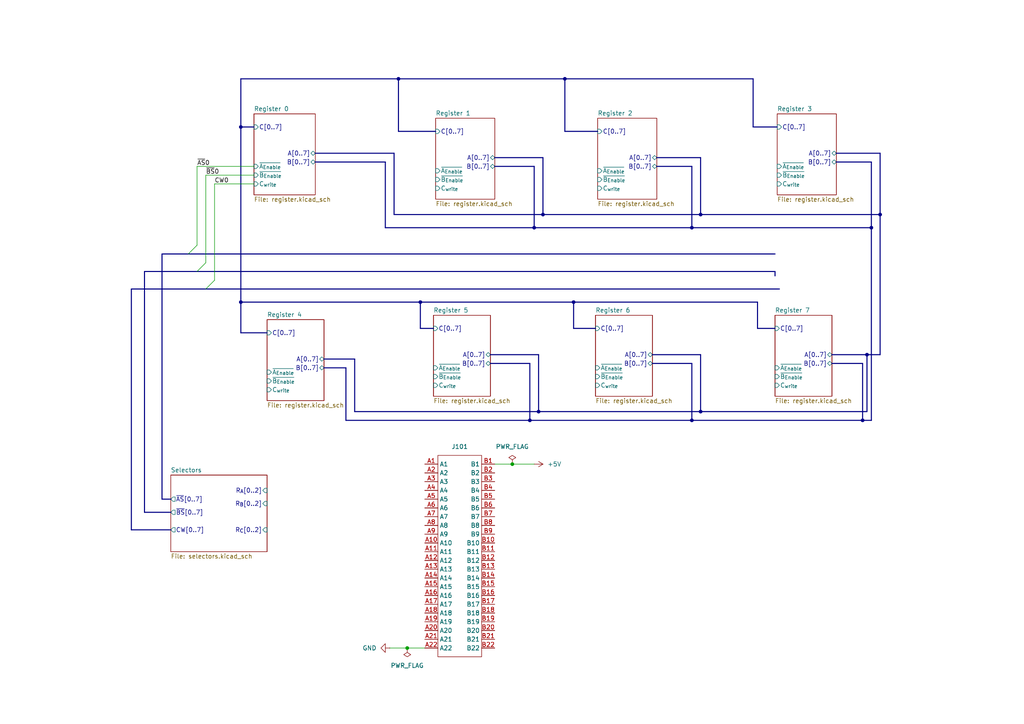
<source format=kicad_sch>
(kicad_sch (version 20231120) (generator "eeschema") (generator_version "8.0")
  (paper "A4")
  (lib_symbols
    (symbol "BoardEdgeConnectors:TE-5530843-4"
      (property "Reference" "J" (at -0.254 30.988 0))
      (symbol "TE-5530843-4_0_1"
        (rectangle (start -6.35 29.21) (end 6.35 -29.21))
      )
      (symbol "TE-5530843-4_1_1"
        (pin passive line (at -10.16 26.67 0) (length 3.81) (name "A1") (number "A1"))
        (pin passive line (at -10.16 3.81 0) (length 3.81) (name "A10") (number "A10"))
        (pin passive line (at -10.16 1.27 0) (length 3.81) (name "A11") (number "A11"))
        (pin passive line (at -10.16 -1.27 0) (length 3.81) (name "A12") (number "A12"))
        (pin passive line (at -10.16 -3.81 0) (length 3.81) (name "A13") (number "A13"))
        (pin passive line (at -10.16 -6.35 0) (length 3.81) (name "A14") (number "A14"))
        (pin passive line (at -10.16 -8.89 0) (length 3.81) (name "A15") (number "A15"))
        (pin passive line (at -10.16 -11.43 0) (length 3.81) (name "A16") (number "A16"))
        (pin passive line (at -10.16 -13.97 0) (length 3.81) (name "A17") (number "A17"))
        (pin passive line (at -10.16 -16.51 0) (length 3.81) (name "A18") (number "A18"))
        (pin passive line (at -10.16 -19.05 0) (length 3.81) (name "A19") (number "A19"))
        (pin passive line (at -10.16 24.13 0) (length 3.81) (name "A2") (number "A2"))
        (pin passive line (at -10.16 -21.59 0) (length 3.81) (name "A20") (number "A20"))
        (pin passive line (at -10.16 -24.13 0) (length 3.81) (name "A21") (number "A21"))
        (pin passive line (at -10.16 -26.67 0) (length 3.81) (name "A22") (number "A22"))
        (pin passive line (at -10.16 21.59 0) (length 3.81) (name "A3") (number "A3"))
        (pin passive line (at -10.16 19.05 0) (length 3.81) (name "A4") (number "A4"))
        (pin passive line (at -10.16 16.51 0) (length 3.81) (name "A5") (number "A5"))
        (pin passive line (at -10.16 13.97 0) (length 3.81) (name "A6") (number "A6"))
        (pin passive line (at -10.16 11.43 0) (length 3.81) (name "A7") (number "A7"))
        (pin passive line (at -10.16 8.89 0) (length 3.81) (name "A8") (number "A8"))
        (pin passive line (at -10.16 6.35 0) (length 3.81) (name "A9") (number "A9"))
        (pin passive line (at 10.16 26.67 180) (length 3.81) (name "B1") (number "B1"))
        (pin passive line (at 10.16 3.81 180) (length 3.81) (name "B10") (number "B10"))
        (pin passive line (at 10.16 1.27 180) (length 3.81) (name "B11") (number "B11"))
        (pin passive line (at 10.16 -1.27 180) (length 3.81) (name "B12") (number "B12"))
        (pin passive line (at 10.16 -3.81 180) (length 3.81) (name "B13") (number "B13"))
        (pin passive line (at 10.16 -6.35 180) (length 3.81) (name "B14") (number "B14"))
        (pin passive line (at 10.16 -8.89 180) (length 3.81) (name "B15") (number "B15"))
        (pin passive line (at 10.16 -11.43 180) (length 3.81) (name "B16") (number "B16"))
        (pin passive line (at 10.16 -13.97 180) (length 3.81) (name "B17") (number "B17"))
        (pin passive line (at 10.16 -16.51 180) (length 3.81) (name "B18") (number "B18"))
        (pin passive line (at 10.16 -19.05 180) (length 3.81) (name "B19") (number "B19"))
        (pin passive line (at 10.16 24.13 180) (length 3.81) (name "B2") (number "B2"))
        (pin passive line (at 10.16 -21.59 180) (length 3.81) (name "B20") (number "B20"))
        (pin passive line (at 10.16 -24.13 180) (length 3.81) (name "B21") (number "B21"))
        (pin passive line (at 10.16 -26.67 180) (length 3.81) (name "B22") (number "B22"))
        (pin passive line (at 10.16 21.59 180) (length 3.81) (name "B3") (number "B3"))
        (pin passive line (at 10.16 19.05 180) (length 3.81) (name "B4") (number "B4"))
        (pin passive line (at 10.16 16.51 180) (length 3.81) (name "B5") (number "B5"))
        (pin passive line (at 10.16 13.97 180) (length 3.81) (name "B6") (number "B6"))
        (pin passive line (at 10.16 11.43 180) (length 3.81) (name "B7") (number "B7"))
        (pin passive line (at 10.16 8.89 180) (length 3.81) (name "B8") (number "B8"))
        (pin passive line (at 10.16 6.35 180) (length 3.81) (name "B9") (number "B9"))
      )
    )
    (symbol "power:+5V" (power) (pin_numbers hide) (pin_names (offset 0) hide)
      (property "Value" "+5V" (at 0 3.556 0))
      (symbol "+5V_0_1"
        (polyline (pts (xy -0.762 1.27) (xy 0 2.54)))
        (polyline (pts (xy 0 0) (xy 0 2.54)))
        (polyline (pts (xy 0 2.54) (xy 0.762 1.27)))
      )
      (symbol "+5V_1_1"
        (pin power_in line (at 0 0 90) (length 0) (name "~") (number "1"))
      )
    )
    (symbol "power:GND" (power) (pin_numbers hide) (pin_names (offset 0) hide)
      (property "Value" "GND" (at 0 -3.81 0))
      (symbol "GND_0_1"
        (polyline (pts (xy 0 0) (xy 0 -1.27) (xy 1.27 -1.27) (xy 0 -2.54) (xy -1.27 -1.27) (xy 0 -1.27)))
      )
      (symbol "GND_1_1"
        (pin power_in line (at 0 0 270) (length 0) (name "~") (number "1"))
      )
    )
    (symbol "power:PWR_FLAG" (power) (pin_numbers hide) (pin_names (offset 0) hide)
      (property "Value" "PWR_FLAG" (at 0 3.81 0))
      (symbol "PWR_FLAG_0_0"
        (pin power_out line (at 0 0 90) (length 0) (name "~") (number "1"))
      )
      (symbol "PWR_FLAG_0_1"
        (polyline (pts (xy 0 0) (xy 0 1.27) (xy -1.016 1.905) (xy 0 2.54) (xy 1.016 1.905) (xy 0 1.27)))
      )
    )
  )
  (junction (at 163.83 22.86))
  (junction (at 250.19 121.92))
  (junction (at 69.85 87.63))
  (junction (at 203.2 62.23))
  (junction (at 115.57 22.86))
  (junction (at 118.11 187.96))
  (junction (at 255.27 62.23))
  (junction (at 148.59 134.62))
  (junction (at 157.48 62.23))
  (junction (at 252.73 66.04))
  (junction (at 200.66 66.04))
  (junction (at 121.92 87.63))
  (junction (at 200.66 121.92))
  (junction (at 166.37 87.63))
  (junction (at 203.2 119.38))
  (junction (at 156.21 119.38))
  (junction (at 154.94 66.04))
  (junction (at 251.46 102.87))
  (junction (at 153.67 121.92))
  (junction (at 69.85 36.83))
  (bus_entry (at 59.69 83.82) (size 2.54 -2.54))
  (bus_entry (at 54.61 73.66) (size 2.54 -2.54))
  (bus_entry (at 57.15 78.74) (size 2.54 -2.54))
  (bus (pts (xy 102.87 104.14) (xy 102.87 119.38)))
  (bus (pts (xy 91.44 46.99) (xy 111.76 46.99)))
  (bus (pts (xy 252.73 46.99) (xy 252.73 66.04)))
  (bus (pts (xy 200.66 121.92) (xy 250.19 121.92)))
  (wire (pts (xy 113.03 187.96) (xy 118.11 187.96)))
  (bus (pts (xy 111.76 46.99) (xy 111.76 66.04)))
  (bus (pts (xy 93.98 104.14) (xy 102.87 104.14)))
  (bus (pts (xy 57.15 78.74) (xy 224.79 78.74)))
  (bus (pts (xy 190.5 45.72) (xy 203.2 45.72)))
  (bus (pts (xy 69.85 36.83) (xy 69.85 87.63)))
  (bus (pts (xy 49.53 148.59) (xy 41.91 148.59)))
  (bus (pts (xy 115.57 38.1) (xy 115.57 22.86)))
  (bus (pts (xy 255.27 44.45) (xy 255.27 62.23)))
  (bus (pts (xy 252.73 66.04) (xy 252.73 121.92)))
  (bus (pts (xy 38.1 153.67) (xy 38.1 83.82)))
  (bus (pts (xy 156.21 119.38) (xy 203.2 119.38)))
  (bus (pts (xy 100.33 106.68) (xy 100.33 121.92)))
  (bus (pts (xy 126.365 38.1) (xy 115.57 38.1)))
  (bus (pts (xy 203.2 102.87) (xy 203.2 119.38)))
  (bus (pts (xy 69.85 87.63) (xy 121.92 87.63)))
  (bus (pts (xy 69.85 96.52) (xy 77.47 96.52)))
  (bus (pts (xy 114.3 62.23) (xy 157.48 62.23)))
  (bus (pts (xy 224.79 95.25) (xy 219.71 95.25)))
  (bus (pts (xy 93.98 106.68) (xy 100.33 106.68)))
  (bus (pts (xy 121.92 87.63) (xy 166.37 87.63)))
  (wire (pts (xy 143.51 134.62) (xy 148.59 134.62)))
  (bus (pts (xy 166.37 87.63) (xy 219.71 87.63)))
  (bus (pts (xy 163.83 38.1) (xy 163.83 22.86)))
  (bus (pts (xy 157.48 45.72) (xy 157.48 62.23)))
  (bus (pts (xy 163.83 22.86) (xy 218.44 22.86)))
  (wire (pts (xy 118.11 187.96) (xy 123.19 187.96)))
  (bus (pts (xy 100.33 121.92) (xy 153.67 121.92)))
  (bus (pts (xy 255.27 62.23) (xy 255.27 102.87)))
  (bus (pts (xy 203.2 119.38) (xy 251.46 119.38)))
  (bus (pts (xy 242.57 44.45) (xy 255.27 44.45)))
  (bus (pts (xy 69.85 87.63) (xy 69.85 96.52)))
  (bus (pts (xy 219.71 95.25) (xy 219.71 87.63)))
  (bus (pts (xy 156.21 102.87) (xy 156.21 119.38)))
  (bus (pts (xy 173.355 38.1) (xy 163.83 38.1)))
  (bus (pts (xy 252.73 121.92) (xy 250.19 121.92)))
  (bus (pts (xy 200.66 48.26) (xy 200.66 66.04)))
  (bus (pts (xy 142.24 105.41) (xy 153.67 105.41)))
  (bus (pts (xy 142.24 102.87) (xy 156.21 102.87)))
  (bus (pts (xy 224.79 78.74) (xy 224.79 80.01)))
  (bus (pts (xy 203.2 62.23) (xy 255.27 62.23)))
  (wire (pts (xy 148.59 134.62) (xy 154.94 134.62)))
  (bus (pts (xy 49.53 153.67) (xy 38.1 153.67)))
  (bus (pts (xy 102.87 119.38) (xy 156.21 119.38)))
  (bus (pts (xy 166.37 87.63) (xy 166.37 95.25)))
  (bus (pts (xy 114.3 44.45) (xy 114.3 62.23)))
  (bus (pts (xy 225.425 36.83) (xy 218.44 36.83)))
  (bus (pts (xy 255.27 102.87) (xy 251.46 102.87)))
  (bus (pts (xy 251.46 102.87) (xy 251.46 119.38)))
  (bus (pts (xy 154.94 48.26) (xy 154.94 66.04)))
  (bus (pts (xy 111.76 66.04) (xy 154.94 66.04)))
  (wire (pts (xy 62.23 53.34) (xy 73.66 53.34)))
  (bus (pts (xy 154.94 66.04) (xy 200.66 66.04)))
  (bus (pts (xy 41.91 78.74) (xy 57.15 78.74)))
  (bus (pts (xy 190.5 48.26) (xy 200.66 48.26)))
  (wire (pts (xy 57.15 48.26) (xy 73.66 48.26)))
  (bus (pts (xy 41.91 148.59) (xy 41.91 78.74)))
  (bus (pts (xy 115.57 22.86) (xy 163.83 22.86)))
  (bus (pts (xy 38.1 83.82) (xy 59.69 83.82)))
  (bus (pts (xy 203.2 45.72) (xy 203.2 62.23)))
  (bus (pts (xy 166.37 95.25) (xy 172.72 95.25)))
  (bus (pts (xy 69.85 22.86) (xy 115.57 22.86)))
  (bus (pts (xy 218.44 22.86) (xy 218.44 36.83)))
  (wire (pts (xy 59.69 50.8) (xy 73.66 50.8)))
  (bus (pts (xy 157.48 62.23) (xy 203.2 62.23)))
  (bus (pts (xy 121.92 87.63) (xy 121.92 95.25)))
  (bus (pts (xy 153.67 121.92) (xy 200.66 121.92)))
  (bus (pts (xy 189.23 102.87) (xy 203.2 102.87)))
  (bus (pts (xy 241.3 105.41) (xy 250.19 105.41)))
  (bus (pts (xy 49.53 144.78) (xy 46.99 144.78)))
  (bus (pts (xy 69.85 36.83) (xy 69.85 22.86)))
  (bus (pts (xy 200.66 66.04) (xy 252.73 66.04)))
  (bus (pts (xy 59.69 83.82) (xy 226.06 83.82)))
  (bus (pts (xy 241.3 102.87) (xy 251.46 102.87)))
  (bus (pts (xy 189.23 105.41) (xy 200.66 105.41)))
  (bus (pts (xy 250.19 105.41) (xy 250.19 121.92)))
  (wire (pts (xy 62.23 81.28) (xy 62.23 53.34)))
  (bus (pts (xy 143.51 45.72) (xy 157.48 45.72)))
  (bus (pts (xy 54.61 73.66) (xy 224.79 73.66)))
  (wire (pts (xy 59.69 76.2) (xy 59.69 50.8)))
  (bus (pts (xy 143.51 48.26) (xy 154.94 48.26)))
  (bus (pts (xy 46.99 144.78) (xy 46.99 73.66)))
  (bus (pts (xy 200.66 105.41) (xy 200.66 121.92)))
  (bus (pts (xy 153.67 105.41) (xy 153.67 121.92)))
  (bus (pts (xy 46.99 73.66) (xy 54.61 73.66)))
  (wire (pts (xy 57.15 71.12) (xy 57.15 48.26)))
  (bus (pts (xy 121.92 95.25) (xy 125.73 95.25)))
  (bus (pts (xy 91.44 44.45) (xy 114.3 44.45)))
  (bus (pts (xy 242.57 46.99) (xy 252.73 46.99)))
  (bus (pts (xy 69.85 36.83) (xy 73.66 36.83)))
  (label "CW0" (at 62.23 53.34 0))
  (label "~{AS}0" (at 57.15 48.26 0))
  (label "~{BS}0" (at 59.69 50.8 0))
  (symbol (lib_id "power:GND") (at 113.03 187.96 270) (unit 1)
    (property "Reference" "#PWR0102" (effects (hide yes)))
    (property "Value" "GND" (at 109.22 187.9599 90) (effects (justify right)))
    (property "Description" "Power symbol creates a global label with name \"GND\" , ground" (effects (hide yes)))
  )
  (symbol (lib_id "power:PWR_FLAG") (at 118.11 187.96 180) (unit 1)
    (property "Reference" "#FLG0102" (effects (hide yes)))
    (property "Value" "PWR_FLAG" (at 118.11 193.04 0))
    (property "Description" "Special symbol for telling ERC where power comes from" (effects (hide yes)))
  )
  (symbol (lib_id "BoardEdgeConnectors:TE-5530843-4") (at 133.35 161.29 0) (unit 1)
    (property "Reference" "J101" (at 133.35 129.54 0))
    (property "Datasheet" "https://www.te.com/en/product-5530843-4.html" (effects (hide yes)))
    (property "Description" "44 contact board edge connector" (effects (hide yes)))
  )
  (symbol (lib_id "power:PWR_FLAG") (at 148.59 134.62 0) (unit 1)
    (property "Reference" "#FLG0101" (effects (hide yes)))
    (property "Value" "PWR_FLAG" (at 148.59 129.54 0))
    (property "Description" "Special symbol for telling ERC where power comes from" (effects (hide yes)))
  )
  (symbol (lib_id "power:+5V") (at 154.94 134.62 270) (unit 1)
    (property "Reference" "#PWR0101" (effects (hide yes)))
    (property "Value" "+5V" (at 158.75 134.6199 90) (effects (justify left)))
    (property "Description" "Power symbol creates a global label with name \"+5V\"" (effects (hide yes)))
  )
  (sheet (at 73.66 33.02) (size 17.78 23.495) (stroke (width 0.1524))
    (property "Sheetname" "Register 0" (at 73.66 32.3084 0) (effects (justify left bottom)))
    (property "Sheetfile" "register.kicad_sch" (at 73.66 57.0996 0) (effects (justify left top)))
    (pin "~{A_{Enable}}" input (at 73.66 48.26 180))
    (pin "~{B_{Enable}}" input (at 73.66 50.8 180))
    (pin "C_{write}" input (at 73.66 53.34 180))
    (pin "A[0..7]" tri_state (at 91.44 44.45 0))
    (pin "B[0..7]" tri_state (at 91.44 46.99 0))
    (pin "C[0..7]" input (at 73.66 36.83 180))
  )
  (sheet (at 77.47 92.71) (size 16.51 23.495) (stroke (width 0.1524))
    (property "Sheetname" "Register 4" (at 77.47 91.9984 0) (effects (justify left bottom)))
    (property "Sheetfile" "register.kicad_sch" (at 77.47 116.7896 0) (effects (justify left top)))
    (pin "~{A_{Enable}}" input (at 77.47 107.95 180))
    (pin "~{B_{Enable}}" input (at 77.47 110.49 180))
    (pin "C_{write}" input (at 77.47 113.03 180))
    (pin "A[0..7]" tri_state (at 93.98 104.14 0))
    (pin "B[0..7]" tri_state (at 93.98 106.68 0))
    (pin "C[0..7]" input (at 77.47 96.52 180))
  )
  (sheet (at 172.72 91.44) (size 16.51 23.495) (stroke (width 0.1524))
    (property "Sheetname" "Register 6" (at 172.72 90.7284 0) (effects (justify left bottom)))
    (property "Sheetfile" "register.kicad_sch" (at 172.72 115.5196 0) (effects (justify left top)))
    (pin "~{A_{Enable}}" input (at 172.72 106.68 180))
    (pin "~{B_{Enable}}" input (at 172.72 109.22 180))
    (pin "C_{write}" input (at 172.72 111.76 180))
    (pin "A[0..7]" tri_state (at 189.23 102.87 0))
    (pin "B[0..7]" tri_state (at 189.23 105.41 0))
    (pin "C[0..7]" input (at 172.72 95.25 180))
  )
  (sheet (at 225.425 33.02) (size 17.145 23.495) (stroke (width 0.1524))
    (property "Sheetname" "Register 3" (at 225.425 32.3084 0) (effects (justify left bottom)))
    (property "Sheetfile" "register.kicad_sch" (at 225.425 57.0996 0) (effects (justify left top)))
    (pin "~{A_{Enable}}" input (at 225.425 48.26 180))
    (pin "~{B_{Enable}}" input (at 225.425 50.8 180))
    (pin "C_{write}" input (at 225.425 53.34 180))
    (pin "A[0..7]" tri_state (at 242.57 44.45 0))
    (pin "B[0..7]" tri_state (at 242.57 46.99 0))
    (pin "C[0..7]" input (at 225.425 36.83 180))
  )
  (sheet (at 125.73 91.44) (size 16.51 23.495) (stroke (width 0.1524))
    (property "Sheetname" "Register 5" (at 125.73 90.7284 0) (effects (justify left bottom)))
    (property "Sheetfile" "register.kicad_sch" (at 125.73 115.5196 0) (effects (justify left top)))
    (pin "~{A_{Enable}}" input (at 125.73 106.68 180))
    (pin "~{B_{Enable}}" input (at 125.73 109.22 180))
    (pin "C_{write}" input (at 125.73 111.76 180))
    (pin "A[0..7]" tri_state (at 142.24 102.87 0))
    (pin "B[0..7]" tri_state (at 142.24 105.41 0))
    (pin "C[0..7]" input (at 125.73 95.25 180))
  )
  (sheet (at 126.365 34.29) (size 17.145 23.495) (stroke (width 0.1524))
    (property "Sheetname" "Register 1" (at 126.365 33.5784 0) (effects (justify left bottom)))
    (property "Sheetfile" "register.kicad_sch" (at 126.365 58.3696 0) (effects (justify left top)))
    (pin "~{A_{Enable}}" input (at 126.365 49.53 180))
    (pin "~{B_{Enable}}" input (at 126.365 52.07 180))
    (pin "C_{write}" input (at 126.365 54.61 180))
    (pin "A[0..7]" tri_state (at 143.51 45.72 0))
    (pin "B[0..7]" tri_state (at 143.51 48.26 0))
    (pin "C[0..7]" input (at 126.365 38.1 180))
  )
  (sheet (at 173.355 34.29) (size 17.145 23.495) (stroke (width 0.1524))
    (property "Sheetname" "Register 2" (at 173.355 33.5784 0) (effects (justify left bottom)))
    (property "Sheetfile" "register.kicad_sch" (at 173.355 58.3696 0) (effects (justify left top)))
    (pin "~{A_{Enable}}" input (at 173.355 49.53 180))
    (pin "~{B_{Enable}}" input (at 173.355 52.07 180))
    (pin "C_{write}" input (at 173.355 54.61 180))
    (pin "A[0..7]" tri_state (at 190.5 45.72 0))
    (pin "B[0..7]" tri_state (at 190.5 48.26 0))
    (pin "C[0..7]" input (at 173.355 38.1 180))
  )
  (sheet (at 49.53 137.795) (size 27.94 22.225) (stroke (width 0.1524))
    (property "Sheetname" "Selectors" (at 49.53 137.0834 0) (effects (justify left bottom)))
    (property "Sheetfile" "selectors.kicad_sch" (at 49.53 160.6046 0) (effects (justify left top)))
    (pin "R_{C}[0..2]" input (at 77.47 153.67 0))
    (pin "CW[0..7]" output (at 49.53 153.67 180))
    (pin "R_{A}[0..2]" input (at 77.47 142.24 0))
    (pin "R_{B}[0..2]" input (at 77.47 146.05 0))
    (pin "~{BS}[0..7]" output (at 49.53 148.59 180))
    (pin "~{AS}[0..7]" output (at 49.53 144.78 180))
  )
  (sheet (at 224.79 91.44) (size 16.51 23.495) (stroke (width 0.1524))
    (property "Sheetname" "Register 7" (at 224.79 90.7284 0) (effects (justify left bottom)))
    (property "Sheetfile" "register.kicad_sch" (at 224.79 115.5196 0) (effects (justify left top)))
    (pin "~{A_{Enable}}" input (at 224.79 106.68 180))
    (pin "~{B_{Enable}}" input (at 224.79 109.22 180))
    (pin "C_{write}" input (at 224.79 111.76 180))
    (pin "A[0..7]" tri_state (at 241.3 102.87 0))
    (pin "B[0..7]" tri_state (at 241.3 105.41 0))
    (pin "C[0..7]" input (at 224.79 95.25 180))
  )
)
</source>
